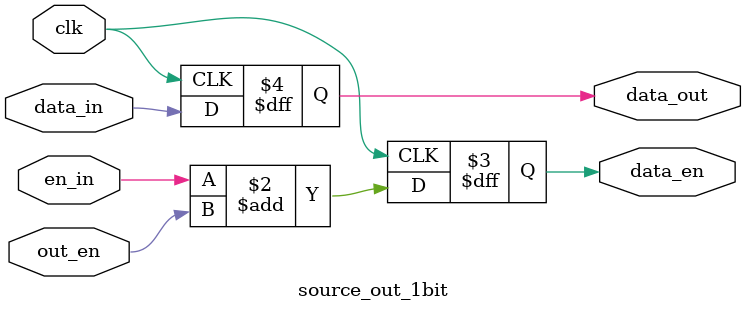
<source format=v>
module source_out_1bit(
	input clk,
	input en_in,	
	input data_in,
	input out_en,
	output reg data_en,
	output reg data_out
	);

always @(posedge clk)
begin
	data_en <= en_in + out_en;
	data_out <= data_in;
end


endmodule

</source>
